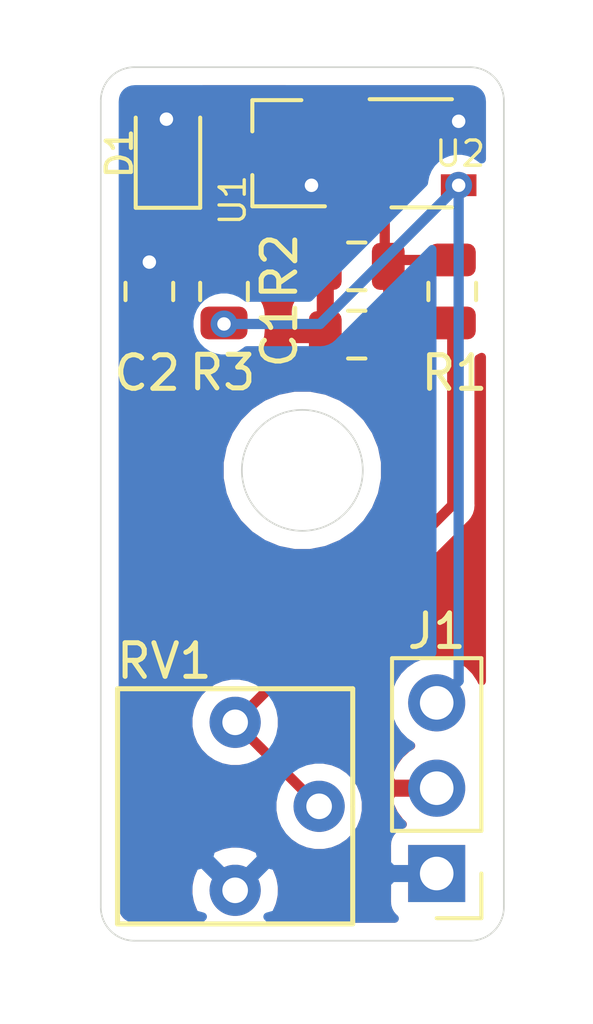
<source format=kicad_pcb>
(kicad_pcb (version 20171130) (host pcbnew "(5.1.5)-3")

  (general
    (thickness 1.6)
    (drawings 9)
    (tracks 28)
    (zones 0)
    (modules 10)
    (nets 8)
  )

  (page A4)
  (layers
    (0 F.Cu signal)
    (31 B.Cu signal)
    (32 B.Adhes user)
    (33 F.Adhes user)
    (34 B.Paste user)
    (35 F.Paste user)
    (36 B.SilkS user)
    (37 F.SilkS user)
    (38 B.Mask user)
    (39 F.Mask user)
    (40 Dwgs.User user)
    (41 Cmts.User user)
    (42 Eco1.User user)
    (43 Eco2.User user)
    (44 Edge.Cuts user)
    (45 Margin user)
    (46 B.CrtYd user)
    (47 F.CrtYd user)
    (48 B.Fab user)
    (49 F.Fab user)
  )

  (setup
    (last_trace_width 0.3048)
    (trace_clearance 0.2032)
    (zone_clearance 0.508)
    (zone_45_only no)
    (trace_min 0.2)
    (via_size 0.8)
    (via_drill 0.4)
    (via_min_size 0.4)
    (via_min_drill 0.3)
    (uvia_size 0.3)
    (uvia_drill 0.1)
    (uvias_allowed no)
    (uvia_min_size 0.2)
    (uvia_min_drill 0.1)
    (edge_width 0.05)
    (segment_width 0.2)
    (pcb_text_width 0.3)
    (pcb_text_size 1.5 1.5)
    (mod_edge_width 0.12)
    (mod_text_size 1 1)
    (mod_text_width 0.15)
    (pad_size 1.524 1.524)
    (pad_drill 0.762)
    (pad_to_mask_clearance 0.051)
    (solder_mask_min_width 0.25)
    (aux_axis_origin 0 0)
    (visible_elements FFFFFF7F)
    (pcbplotparams
      (layerselection 0x010fc_ffffffff)
      (usegerberextensions false)
      (usegerberattributes false)
      (usegerberadvancedattributes false)
      (creategerberjobfile true)
      (excludeedgelayer true)
      (linewidth 0.100000)
      (plotframeref false)
      (viasonmask false)
      (mode 1)
      (useauxorigin false)
      (hpglpennumber 1)
      (hpglpenspeed 20)
      (hpglpendiameter 15.000000)
      (psnegative false)
      (psa4output false)
      (plotreference true)
      (plotvalue true)
      (plotinvisibletext false)
      (padsonsilk false)
      (subtractmaskfromsilk true)
      (outputformat 1)
      (mirror false)
      (drillshape 0)
      (scaleselection 1)
      (outputdirectory "C:/Users/incog/Documents/HallIndividual/Gerbers/"))
  )

  (net 0 "")
  (net 1 GND)
  (net 2 "Net-(C1-Pad1)")
  (net 3 +5V)
  (net 4 "Net-(D1-Pad1)")
  (net 5 Signal)
  (net 6 "Net-(R1-Pad1)")
  (net 7 "Net-(U1-Pad2)")

  (net_class Default "This is the default net class."
    (clearance 0.2032)
    (trace_width 0.3048)
    (via_dia 0.8)
    (via_drill 0.4)
    (uvia_dia 0.3)
    (uvia_drill 0.1)
    (add_net "Net-(C1-Pad1)")
    (add_net "Net-(D1-Pad1)")
    (add_net "Net-(R1-Pad1)")
    (add_net "Net-(U1-Pad2)")
    (add_net Signal)
  )

  (net_class Power ""
    (clearance 0.2032)
    (trace_width 0.6096)
    (via_dia 0.8)
    (via_drill 0.4)
    (uvia_dia 0.3)
    (uvia_drill 0.1)
    (add_net +5V)
    (add_net GND)
  )

  (module HallEffect:SOT-23-5 (layer F.Cu) (tedit 5EB07606) (tstamp 5FEA1038)
    (at 147.5535 59.563)
    (descr "5-pin SOT23 package")
    (tags SOT-23-5)
    (path /5FEA1D5C)
    (attr smd)
    (fp_text reference U2 (at 1.143 0.0105) (layer F.SilkS)
      (effects (font (size 0.75 0.75) (thickness 0.1)))
    )
    (fp_text value TS331ILT (at 0 2.9) (layer F.Fab)
      (effects (font (size 1 1) (thickness 0.15)))
    )
    (fp_line (start 0.9 -1.55) (end 0.9 1.55) (layer F.Fab) (width 0.1))
    (fp_line (start 0.9 1.55) (end -0.9 1.55) (layer F.Fab) (width 0.1))
    (fp_line (start -0.9 -0.9) (end -0.9 1.55) (layer F.Fab) (width 0.1))
    (fp_line (start 0.9 -1.55) (end -0.25 -1.55) (layer F.Fab) (width 0.1))
    (fp_line (start -0.9 -0.9) (end -0.25 -1.55) (layer F.Fab) (width 0.1))
    (fp_line (start -1.9 1.8) (end -1.9 -1.8) (layer F.CrtYd) (width 0.05))
    (fp_line (start 1.9 1.8) (end -1.9 1.8) (layer F.CrtYd) (width 0.05))
    (fp_line (start 1.9 -1.8) (end 1.9 1.8) (layer F.CrtYd) (width 0.05))
    (fp_line (start -1.9 -1.8) (end 1.9 -1.8) (layer F.CrtYd) (width 0.05))
    (fp_line (start 0.9 -1.61) (end -1.55 -1.61) (layer F.SilkS) (width 0.12))
    (fp_line (start -0.9 1.61) (end 0.9 1.61) (layer F.SilkS) (width 0.12))
    (fp_text user %R (at 0 0 90) (layer F.Fab)
      (effects (font (size 0.5 0.5) (thickness 0.075)))
    )
    (pad 5 smd rect (at 1.1 -0.95) (size 1.06 0.65) (layers F.Cu F.Paste F.Mask)
      (net 3 +5V))
    (pad 4 smd rect (at 1.1 0.95) (size 1.06 0.65) (layers F.Cu F.Paste F.Mask)
      (net 5 Signal))
    (pad 3 smd rect (at -1.1 0.95) (size 1.06 0.65) (layers F.Cu F.Paste F.Mask)
      (net 2 "Net-(C1-Pad1)"))
    (pad 2 smd rect (at -1.1 0) (size 1.06 0.65) (layers F.Cu F.Paste F.Mask)
      (net 1 GND))
    (pad 1 smd rect (at -1.1 -0.95) (size 1.06 0.65) (layers F.Cu F.Paste F.Mask)
      (net 7 "Net-(U1-Pad2)"))
    (model ${KIPRJMOD}/Library/3D_Packages/SOT-23-5.step
      (at (xyz 0 0 0))
      (scale (xyz 1 1 1))
      (rotate (xyz 0 0 0))
    )
  )

  (module HallEffect:SOT-23 (layer F.Cu) (tedit 5EB075FF) (tstamp 5FEA0E13)
    (at 143.272 59.5605 180)
    (descr "SOT-23, Standard")
    (tags SOT-23)
    (path /5FEA3EB5)
    (attr smd)
    (fp_text reference U1 (at 1.3435 -1.3975 90) (layer F.SilkS)
      (effects (font (size 0.75 0.75) (thickness 0.1)))
    )
    (fp_text value SS49E (at 0 2.5) (layer F.Fab)
      (effects (font (size 1 1) (thickness 0.15)))
    )
    (fp_line (start 0.76 1.58) (end -0.7 1.58) (layer F.SilkS) (width 0.12))
    (fp_line (start 0.76 -1.58) (end -1.4 -1.58) (layer F.SilkS) (width 0.12))
    (fp_line (start -1.7 1.75) (end -1.7 -1.75) (layer F.CrtYd) (width 0.05))
    (fp_line (start 1.7 1.75) (end -1.7 1.75) (layer F.CrtYd) (width 0.05))
    (fp_line (start 1.7 -1.75) (end 1.7 1.75) (layer F.CrtYd) (width 0.05))
    (fp_line (start -1.7 -1.75) (end 1.7 -1.75) (layer F.CrtYd) (width 0.05))
    (fp_line (start 0.76 -1.58) (end 0.76 -0.65) (layer F.SilkS) (width 0.12))
    (fp_line (start 0.76 1.58) (end 0.76 0.65) (layer F.SilkS) (width 0.12))
    (fp_line (start -0.7 1.52) (end 0.7 1.52) (layer F.Fab) (width 0.1))
    (fp_line (start 0.7 -1.52) (end 0.7 1.52) (layer F.Fab) (width 0.1))
    (fp_line (start -0.7 -0.95) (end -0.15 -1.52) (layer F.Fab) (width 0.1))
    (fp_line (start -0.15 -1.52) (end 0.7 -1.52) (layer F.Fab) (width 0.1))
    (fp_line (start -0.7 -0.95) (end -0.7 1.5) (layer F.Fab) (width 0.1))
    (fp_text user %R (at 0 0 90) (layer F.Fab)
      (effects (font (size 0.5 0.5) (thickness 0.075)))
    )
    (pad 3 smd rect (at 1 0 180) (size 0.9 0.8) (layers F.Cu F.Paste F.Mask)
      (net 1 GND))
    (pad 2 smd rect (at -1 0.95 180) (size 0.9 0.8) (layers F.Cu F.Paste F.Mask)
      (net 7 "Net-(U1-Pad2)"))
    (pad 1 smd rect (at -1 -0.95 180) (size 0.9 0.8) (layers F.Cu F.Paste F.Mask)
      (net 3 +5V))
    (model ${KIPRJMOD}/Library/3D_Packages/SOT-23.step
      (at (xyz 0 0 0))
      (scale (xyz 1 1 1))
      (rotate (xyz 0 0 0))
    )
  )

  (module HallEffect:CT6EP103 (layer F.Cu) (tedit 5EFFC1F9) (tstamp 5FEA1BB0)
    (at 142 79 270)
    (path /5FEAFE4B)
    (fp_text reference RV1 (at -4.324 2.1095 180) (layer F.SilkS)
      (effects (font (size 1 1) (thickness 0.15)))
    )
    (fp_text value 10K (at 0 -4.5 90) (layer F.Fab)
      (effects (font (size 1 1) (thickness 0.15)))
    )
    (fp_line (start 3.5 -3.5) (end 0 -3.5) (layer F.SilkS) (width 0.15))
    (fp_line (start 3.5 3.5) (end 3.5 -3.5) (layer F.SilkS) (width 0.15))
    (fp_line (start -3.5 3.5) (end 3.5 3.5) (layer F.SilkS) (width 0.15))
    (fp_line (start -3.5 -3.5) (end -3.5 3.5) (layer F.SilkS) (width 0.15))
    (fp_line (start 0 -3.5) (end -3.5 -3.5) (layer F.SilkS) (width 0.15))
    (pad 3 thru_hole circle (at 2.5 0 270) (size 1.524 1.524) (drill 0.762) (layers *.Cu *.Mask)
      (net 3 +5V))
    (pad 2 thru_hole circle (at 0 -2.5 270) (size 1.524 1.524) (drill 0.762) (layers *.Cu *.Mask)
      (net 6 "Net-(R1-Pad1)"))
    (pad 1 thru_hole circle (at -2.5 0 270) (size 1.524 1.524) (drill 0.762) (layers *.Cu *.Mask)
      (net 6 "Net-(R1-Pad1)"))
    (model "${KIPRJMOD}/Library/3D_Packages/CT-6EP10k_(103).stp"
      (offset (xyz 0 0 5.8))
      (scale (xyz 1 1 1))
      (rotate (xyz 0 0 0))
    )
  )

  (module HallEffect:R_0805_2012Metric (layer F.Cu) (tedit 5EB075F5) (tstamp 5FEBF279)
    (at 141.6685 63.6755 270)
    (descr "Resistor SMD 0805 (2012 Metric), square (rectangular) end terminal, IPC_7351 nominal, (Body size source: https://docs.google.com/spreadsheets/d/1BsfQQcO9C6DZCsRaXUlFlo91Tg2WpOkGARC1WS5S8t0/edit?usp=sharing), generated with kicad-footprint-generator")
    (tags resistor)
    (path /5FEB5185)
    (attr smd)
    (fp_text reference R3 (at 2.414 0.046 180) (layer F.SilkS)
      (effects (font (size 1 1) (thickness 0.15)))
    )
    (fp_text value R (at 3.3805 -0.0635 90) (layer F.Fab)
      (effects (font (size 1 1) (thickness 0.15)))
    )
    (fp_text user %R (at 0 0 90) (layer F.Fab)
      (effects (font (size 0.5 0.5) (thickness 0.08)))
    )
    (fp_line (start 1.68 0.95) (end -1.68 0.95) (layer F.CrtYd) (width 0.05))
    (fp_line (start 1.68 -0.95) (end 1.68 0.95) (layer F.CrtYd) (width 0.05))
    (fp_line (start -1.68 -0.95) (end 1.68 -0.95) (layer F.CrtYd) (width 0.05))
    (fp_line (start -1.68 0.95) (end -1.68 -0.95) (layer F.CrtYd) (width 0.05))
    (fp_line (start -0.258578 0.71) (end 0.258578 0.71) (layer F.SilkS) (width 0.12))
    (fp_line (start -0.258578 -0.71) (end 0.258578 -0.71) (layer F.SilkS) (width 0.12))
    (fp_line (start 1 0.6) (end -1 0.6) (layer F.Fab) (width 0.1))
    (fp_line (start 1 -0.6) (end 1 0.6) (layer F.Fab) (width 0.1))
    (fp_line (start -1 -0.6) (end 1 -0.6) (layer F.Fab) (width 0.1))
    (fp_line (start -1 0.6) (end -1 -0.6) (layer F.Fab) (width 0.1))
    (pad 2 smd roundrect (at 0.9375 0 270) (size 0.975 1.4) (layers F.Cu F.Paste F.Mask) (roundrect_rratio 0.25)
      (net 5 Signal))
    (pad 1 smd roundrect (at -0.9375 0 270) (size 0.975 1.4) (layers F.Cu F.Paste F.Mask) (roundrect_rratio 0.25)
      (net 4 "Net-(D1-Pad1)"))
    (model ${KIPRJMOD}/Library/3D_Packages/R_0805_2012Metric.step
      (at (xyz 0 0 0))
      (scale (xyz 1 1 1))
      (rotate (xyz 0 0 0))
    )
  )

  (module HallEffect:R_0805_2012Metric (layer F.Cu) (tedit 5EB075F5) (tstamp 5FEBF3C1)
    (at 145.6205 62.9285 180)
    (descr "Resistor SMD 0805 (2012 Metric), square (rectangular) end terminal, IPC_7351 nominal, (Body size source: https://docs.google.com/spreadsheets/d/1BsfQQcO9C6DZCsRaXUlFlo91Tg2WpOkGARC1WS5S8t0/edit?usp=sharing), generated with kicad-footprint-generator")
    (tags resistor)
    (path /5FEADFC8)
    (attr smd)
    (fp_text reference R2 (at 2.301 0 270) (layer F.SilkS)
      (effects (font (size 1 1) (thickness 0.15)))
    )
    (fp_text value 10K (at 0.3325 1.4605) (layer F.Fab)
      (effects (font (size 1 1) (thickness 0.15)))
    )
    (fp_text user %R (at 0 0) (layer F.Fab)
      (effects (font (size 0.5 0.5) (thickness 0.08)))
    )
    (fp_line (start 1.68 0.95) (end -1.68 0.95) (layer F.CrtYd) (width 0.05))
    (fp_line (start 1.68 -0.95) (end 1.68 0.95) (layer F.CrtYd) (width 0.05))
    (fp_line (start -1.68 -0.95) (end 1.68 -0.95) (layer F.CrtYd) (width 0.05))
    (fp_line (start -1.68 0.95) (end -1.68 -0.95) (layer F.CrtYd) (width 0.05))
    (fp_line (start -0.258578 0.71) (end 0.258578 0.71) (layer F.SilkS) (width 0.12))
    (fp_line (start -0.258578 -0.71) (end 0.258578 -0.71) (layer F.SilkS) (width 0.12))
    (fp_line (start 1 0.6) (end -1 0.6) (layer F.Fab) (width 0.1))
    (fp_line (start 1 -0.6) (end 1 0.6) (layer F.Fab) (width 0.1))
    (fp_line (start -1 -0.6) (end 1 -0.6) (layer F.Fab) (width 0.1))
    (fp_line (start -1 0.6) (end -1 -0.6) (layer F.Fab) (width 0.1))
    (pad 2 smd roundrect (at 0.9375 0 180) (size 0.975 1.4) (layers F.Cu F.Paste F.Mask) (roundrect_rratio 0.25)
      (net 1 GND))
    (pad 1 smd roundrect (at -0.9375 0 180) (size 0.975 1.4) (layers F.Cu F.Paste F.Mask) (roundrect_rratio 0.25)
      (net 2 "Net-(C1-Pad1)"))
    (model ${KIPRJMOD}/Library/3D_Packages/R_0805_2012Metric.step
      (at (xyz 0 0 0))
      (scale (xyz 1 1 1))
      (rotate (xyz 0 0 0))
    )
  )

  (module HallEffect:R_0805_2012Metric (layer F.Cu) (tedit 5EB075F5) (tstamp 5FEA22B8)
    (at 148.463 63.6755 90)
    (descr "Resistor SMD 0805 (2012 Metric), square (rectangular) end terminal, IPC_7351 nominal, (Body size source: https://docs.google.com/spreadsheets/d/1BsfQQcO9C6DZCsRaXUlFlo91Tg2WpOkGARC1WS5S8t0/edit?usp=sharing), generated with kicad-footprint-generator")
    (tags resistor)
    (path /5FEAE921)
    (attr smd)
    (fp_text reference R1 (at -2.428 0.0635 180) (layer F.SilkS)
      (effects (font (size 1 1) (thickness 0.15)))
    )
    (fp_text value 1.0K (at 0 1.65 90) (layer F.Fab)
      (effects (font (size 1 1) (thickness 0.15)))
    )
    (fp_text user %R (at 0 0 90) (layer F.Fab)
      (effects (font (size 0.5 0.5) (thickness 0.08)))
    )
    (fp_line (start 1.68 0.95) (end -1.68 0.95) (layer F.CrtYd) (width 0.05))
    (fp_line (start 1.68 -0.95) (end 1.68 0.95) (layer F.CrtYd) (width 0.05))
    (fp_line (start -1.68 -0.95) (end 1.68 -0.95) (layer F.CrtYd) (width 0.05))
    (fp_line (start -1.68 0.95) (end -1.68 -0.95) (layer F.CrtYd) (width 0.05))
    (fp_line (start -0.258578 0.71) (end 0.258578 0.71) (layer F.SilkS) (width 0.12))
    (fp_line (start -0.258578 -0.71) (end 0.258578 -0.71) (layer F.SilkS) (width 0.12))
    (fp_line (start 1 0.6) (end -1 0.6) (layer F.Fab) (width 0.1))
    (fp_line (start 1 -0.6) (end 1 0.6) (layer F.Fab) (width 0.1))
    (fp_line (start -1 -0.6) (end 1 -0.6) (layer F.Fab) (width 0.1))
    (fp_line (start -1 0.6) (end -1 -0.6) (layer F.Fab) (width 0.1))
    (pad 2 smd roundrect (at 0.9375 0 90) (size 0.975 1.4) (layers F.Cu F.Paste F.Mask) (roundrect_rratio 0.25)
      (net 2 "Net-(C1-Pad1)"))
    (pad 1 smd roundrect (at -0.9375 0 90) (size 0.975 1.4) (layers F.Cu F.Paste F.Mask) (roundrect_rratio 0.25)
      (net 6 "Net-(R1-Pad1)"))
    (model ${KIPRJMOD}/Library/3D_Packages/R_0805_2012Metric.step
      (at (xyz 0 0 0))
      (scale (xyz 1 1 1))
      (rotate (xyz 0 0 0))
    )
  )

  (module HallEffect:PinHeader_1x03_P2.54mm_Vertical (layer F.Cu) (tedit 5EB075E6) (tstamp 5FEA0DBF)
    (at 148 81 180)
    (descr "Through hole straight pin header, 1x03, 2.54mm pitch, single row")
    (tags "Through hole pin header THT 1x03 2.54mm single row")
    (path /5FE9C107)
    (fp_text reference J1 (at 0 7.213) (layer F.SilkS)
      (effects (font (size 1 1) (thickness 0.15)))
    )
    (fp_text value Conn_01x03 (at 0 7.41) (layer F.Fab)
      (effects (font (size 1 1) (thickness 0.15)))
    )
    (fp_text user %R (at 0 2.54 90) (layer F.Fab)
      (effects (font (size 1 1) (thickness 0.15)))
    )
    (fp_line (start 1.8 -1.8) (end -1.8 -1.8) (layer F.CrtYd) (width 0.05))
    (fp_line (start 1.8 6.85) (end 1.8 -1.8) (layer F.CrtYd) (width 0.05))
    (fp_line (start -1.8 6.85) (end 1.8 6.85) (layer F.CrtYd) (width 0.05))
    (fp_line (start -1.8 -1.8) (end -1.8 6.85) (layer F.CrtYd) (width 0.05))
    (fp_line (start -1.33 -1.33) (end 0 -1.33) (layer F.SilkS) (width 0.12))
    (fp_line (start -1.33 0) (end -1.33 -1.33) (layer F.SilkS) (width 0.12))
    (fp_line (start -1.33 1.27) (end 1.33 1.27) (layer F.SilkS) (width 0.12))
    (fp_line (start 1.33 1.27) (end 1.33 6.41) (layer F.SilkS) (width 0.12))
    (fp_line (start -1.33 1.27) (end -1.33 6.41) (layer F.SilkS) (width 0.12))
    (fp_line (start -1.33 6.41) (end 1.33 6.41) (layer F.SilkS) (width 0.12))
    (fp_line (start -1.27 -0.635) (end -0.635 -1.27) (layer F.Fab) (width 0.1))
    (fp_line (start -1.27 6.35) (end -1.27 -0.635) (layer F.Fab) (width 0.1))
    (fp_line (start 1.27 6.35) (end -1.27 6.35) (layer F.Fab) (width 0.1))
    (fp_line (start 1.27 -1.27) (end 1.27 6.35) (layer F.Fab) (width 0.1))
    (fp_line (start -0.635 -1.27) (end 1.27 -1.27) (layer F.Fab) (width 0.1))
    (pad 3 thru_hole oval (at 0 5.08 180) (size 1.7 1.7) (drill 1) (layers *.Cu *.Mask)
      (net 5 Signal))
    (pad 2 thru_hole oval (at 0 2.54 180) (size 1.7 1.7) (drill 1) (layers *.Cu *.Mask)
      (net 1 GND))
    (pad 1 thru_hole rect (at 0 0 180) (size 1.7 1.7) (drill 1) (layers *.Cu *.Mask)
      (net 3 +5V))
    (model ${KIPRJMOD}/Library/3D_Packages/PinHeader_1x03_P2.54mm_Vertical.step
      (at (xyz 0 0 0))
      (scale (xyz 1 1 1))
      (rotate (xyz 0 0 0))
    )
  )

  (module HallEffect:LED_0805_2012Metric (layer F.Cu) (tedit 5EB07523) (tstamp 5FEC119A)
    (at 140 59.5 90)
    (descr "LED SMD 0805 (2012 Metric), square (rectangular) end terminal, IPC_7351 nominal, (Body size source: https://docs.google.com/spreadsheets/d/1BsfQQcO9C6DZCsRaXUlFlo91Tg2WpOkGARC1WS5S8t0/edit?usp=sharing), generated with kicad-footprint-generator")
    (tags diode)
    (path /5FEB5CD2)
    (attr smd)
    (fp_text reference D1 (at -0.063 -1.443 90) (layer F.SilkS)
      (effects (font (size 0.75 0.75) (thickness 0.125)))
    )
    (fp_text value LED (at 0 1.65 90) (layer F.Fab)
      (effects (font (size 1 1) (thickness 0.15)))
    )
    (fp_text user %R (at 0 0 90) (layer F.Fab)
      (effects (font (size 0.5 0.5) (thickness 0.08)))
    )
    (fp_line (start 1.68 0.95) (end -1.68 0.95) (layer F.CrtYd) (width 0.05))
    (fp_line (start 1.68 -0.95) (end 1.68 0.95) (layer F.CrtYd) (width 0.05))
    (fp_line (start -1.68 -0.95) (end 1.68 -0.95) (layer F.CrtYd) (width 0.05))
    (fp_line (start -1.68 0.95) (end -1.68 -0.95) (layer F.CrtYd) (width 0.05))
    (fp_line (start -1.685 0.96) (end 1 0.96) (layer F.SilkS) (width 0.12))
    (fp_line (start -1.685 -0.96) (end -1.685 0.96) (layer F.SilkS) (width 0.12))
    (fp_line (start 1 -0.96) (end -1.685 -0.96) (layer F.SilkS) (width 0.12))
    (fp_line (start 1 0.6) (end 1 -0.6) (layer F.Fab) (width 0.1))
    (fp_line (start -1 0.6) (end 1 0.6) (layer F.Fab) (width 0.1))
    (fp_line (start -1 -0.3) (end -1 0.6) (layer F.Fab) (width 0.1))
    (fp_line (start -0.7 -0.6) (end -1 -0.3) (layer F.Fab) (width 0.1))
    (fp_line (start 1 -0.6) (end -0.7 -0.6) (layer F.Fab) (width 0.1))
    (pad 2 smd roundrect (at 0.9375 0 90) (size 0.975 1.4) (layers F.Cu F.Paste F.Mask) (roundrect_rratio 0.25)
      (net 3 +5V))
    (pad 1 smd roundrect (at -0.9375 0 90) (size 0.975 1.4) (layers F.Cu F.Paste F.Mask) (roundrect_rratio 0.25)
      (net 4 "Net-(D1-Pad1)"))
    (model ${KIPRJMOD}/Library/3D_Packages/LED_0805_2012Metric.step
      (at (xyz 0 0 0))
      (scale (xyz 1 1 1))
      (rotate (xyz 0 0 0))
    )
  )

  (module HallEffect:C_0805_2012Metric (layer F.Cu) (tedit 5EB0750C) (tstamp 5FEBF1E4)
    (at 139.446 63.6755 270)
    (descr "Capacitor SMD 0805 (2012 Metric), square (rectangular) end terminal, IPC_7351 nominal, (Body size source: https://docs.google.com/spreadsheets/d/1BsfQQcO9C6DZCsRaXUlFlo91Tg2WpOkGARC1WS5S8t0/edit?usp=sharing), generated with kicad-footprint-generator")
    (tags capacitor)
    (path /5FEAD587)
    (attr smd)
    (fp_text reference C2 (at 2.428 0.0635 180) (layer F.SilkS)
      (effects (font (size 1 1) (thickness 0.15)))
    )
    (fp_text value 1uF (at 3.8885 0.254 90) (layer F.Fab)
      (effects (font (size 1 1) (thickness 0.15)))
    )
    (fp_text user %R (at 0 0 90) (layer F.Fab)
      (effects (font (size 0.5 0.5) (thickness 0.08)))
    )
    (fp_line (start 1.68 0.95) (end -1.68 0.95) (layer F.CrtYd) (width 0.05))
    (fp_line (start 1.68 -0.95) (end 1.68 0.95) (layer F.CrtYd) (width 0.05))
    (fp_line (start -1.68 -0.95) (end 1.68 -0.95) (layer F.CrtYd) (width 0.05))
    (fp_line (start -1.68 0.95) (end -1.68 -0.95) (layer F.CrtYd) (width 0.05))
    (fp_line (start -0.258578 0.71) (end 0.258578 0.71) (layer F.SilkS) (width 0.12))
    (fp_line (start -0.258578 -0.71) (end 0.258578 -0.71) (layer F.SilkS) (width 0.12))
    (fp_line (start 1 0.6) (end -1 0.6) (layer F.Fab) (width 0.1))
    (fp_line (start 1 -0.6) (end 1 0.6) (layer F.Fab) (width 0.1))
    (fp_line (start -1 -0.6) (end 1 -0.6) (layer F.Fab) (width 0.1))
    (fp_line (start -1 0.6) (end -1 -0.6) (layer F.Fab) (width 0.1))
    (pad 2 smd roundrect (at 0.9375 0 270) (size 0.975 1.4) (layers F.Cu F.Paste F.Mask) (roundrect_rratio 0.25)
      (net 1 GND))
    (pad 1 smd roundrect (at -0.9375 0 270) (size 0.975 1.4) (layers F.Cu F.Paste F.Mask) (roundrect_rratio 0.25)
      (net 3 +5V))
    (model ${KIPRJMOD}/Library/3D_Packages/C_0805_2012Metric.step
      (at (xyz 0 0 0))
      (scale (xyz 1 1 1))
      (rotate (xyz 0 0 0))
    )
  )

  (module HallEffect:C_0805_2012Metric (layer F.Cu) (tedit 5EB0750C) (tstamp 5FEBF31D)
    (at 145.6205 64.9605 180)
    (descr "Capacitor SMD 0805 (2012 Metric), square (rectangular) end terminal, IPC_7351 nominal, (Body size source: https://docs.google.com/spreadsheets/d/1BsfQQcO9C6DZCsRaXUlFlo91Tg2WpOkGARC1WS5S8t0/edit?usp=sharing), generated with kicad-footprint-generator")
    (tags capacitor)
    (path /5FEB3165)
    (attr smd)
    (fp_text reference C1 (at 2.301 0 90) (layer F.SilkS)
      (effects (font (size 1 1) (thickness 0.15)))
    )
    (fp_text value 0.1uF (at 0 -2.0955) (layer F.Fab)
      (effects (font (size 1 1) (thickness 0.15)))
    )
    (fp_text user %R (at 0 0) (layer F.Fab)
      (effects (font (size 0.5 0.5) (thickness 0.08)))
    )
    (fp_line (start 1.68 0.95) (end -1.68 0.95) (layer F.CrtYd) (width 0.05))
    (fp_line (start 1.68 -0.95) (end 1.68 0.95) (layer F.CrtYd) (width 0.05))
    (fp_line (start -1.68 -0.95) (end 1.68 -0.95) (layer F.CrtYd) (width 0.05))
    (fp_line (start -1.68 0.95) (end -1.68 -0.95) (layer F.CrtYd) (width 0.05))
    (fp_line (start -0.258578 0.71) (end 0.258578 0.71) (layer F.SilkS) (width 0.12))
    (fp_line (start -0.258578 -0.71) (end 0.258578 -0.71) (layer F.SilkS) (width 0.12))
    (fp_line (start 1 0.6) (end -1 0.6) (layer F.Fab) (width 0.1))
    (fp_line (start 1 -0.6) (end 1 0.6) (layer F.Fab) (width 0.1))
    (fp_line (start -1 -0.6) (end 1 -0.6) (layer F.Fab) (width 0.1))
    (fp_line (start -1 0.6) (end -1 -0.6) (layer F.Fab) (width 0.1))
    (pad 2 smd roundrect (at 0.9375 0 180) (size 0.975 1.4) (layers F.Cu F.Paste F.Mask) (roundrect_rratio 0.25)
      (net 1 GND))
    (pad 1 smd roundrect (at -0.9375 0 180) (size 0.975 1.4) (layers F.Cu F.Paste F.Mask) (roundrect_rratio 0.25)
      (net 2 "Net-(C1-Pad1)"))
    (model ${KIPRJMOD}/Library/3D_Packages/C_0805_2012Metric.step
      (at (xyz 0 0 0))
      (scale (xyz 1 1 1))
      (rotate (xyz 0 0 0))
    )
  )

  (gr_arc (start 139 82) (end 138 82) (angle -90) (layer Edge.Cuts) (width 0.05))
  (gr_arc (start 149 82) (end 149 83) (angle -90) (layer Edge.Cuts) (width 0.05))
  (gr_arc (start 149 58) (end 150 58) (angle -90) (layer Edge.Cuts) (width 0.05))
  (gr_arc (start 139 58) (end 139 57) (angle -90) (layer Edge.Cuts) (width 0.05))
  (gr_line (start 138 58) (end 138 82) (layer Edge.Cuts) (width 0.05) (tstamp 5FEA1B98))
  (gr_line (start 149 83) (end 139 83) (layer Edge.Cuts) (width 0.05))
  (gr_circle (center 144 69) (end 145.8 69) (layer Edge.Cuts) (width 0.05))
  (gr_line (start 150 58) (end 150 82) (layer Edge.Cuts) (width 0.05))
  (gr_line (start 139 57) (end 149 57) (layer Edge.Cuts) (width 0.05))

  (via (at 148.6535 58.6105) (size 0.8) (drill 0.4) (layers F.Cu B.Cu) (net 3))
  (via (at 139.446 62.8015) (size 0.8) (drill 0.4) (layers F.Cu B.Cu) (net 3))
  (segment (start 146.284 59.5) (end 146.347 59.563) (width 0.6096) (layer F.Cu) (net 1))
  (segment (start 146.451 59.5605) (end 146.4535 59.563) (width 0.6096) (layer F.Cu) (net 1))
  (segment (start 142.272 59.5605) (end 146.451 59.5605) (width 0.6096) (layer F.Cu) (net 1))
  (via (at 148.6535 60.5155) (size 0.8) (drill 0.4) (layers F.Cu B.Cu) (net 5))
  (via (at 139.954 58.547) (size 0.8) (drill 0.4) (layers F.Cu B.Cu) (net 3) (tstamp 5FEAC1E8))
  (via (at 144.272 60.5155) (size 0.8) (drill 0.4) (layers F.Cu B.Cu) (net 3))
  (segment (start 148.45 62.725) (end 148.463 62.738) (width 0.3048) (layer F.Cu) (net 2))
  (segment (start 147.9885 62.738) (end 148.463 62.738) (width 0.3048) (layer F.Cu) (net 2))
  (segment (start 141.6685 62.106) (end 140 60.4375) (width 0.3048) (layer F.Cu) (net 4))
  (segment (start 141.6685 62.738) (end 141.6685 62.106) (width 0.3048) (layer F.Cu) (net 4))
  (via (at 141.6685 64.643) (size 0.8) (drill 0.4) (layers F.Cu B.Cu) (net 5))
  (segment (start 142.761999 77.261999) (end 144.5 79) (width 0.3048) (layer F.Cu) (net 6))
  (segment (start 142 76.5) (end 142.761999 77.261999) (width 0.3048) (layer F.Cu) (net 6))
  (segment (start 148.463 70.037) (end 148.463 64.613) (width 0.3048) (layer F.Cu) (net 6))
  (segment (start 142 76.5) (end 148.463 70.037) (width 0.3048) (layer F.Cu) (net 6))
  (segment (start 146.4535 62.824) (end 146.558 62.9285) (width 0.3048) (layer F.Cu) (net 2))
  (segment (start 146.4535 60.513) (end 146.4535 62.824) (width 0.3048) (layer F.Cu) (net 2))
  (segment (start 146.7485 62.738) (end 146.558 62.9285) (width 0.3048) (layer F.Cu) (net 2))
  (segment (start 148.463 62.738) (end 146.7485 62.738) (width 0.3048) (layer F.Cu) (net 2))
  (segment (start 146.558 64.9605) (end 146.558 62.9285) (width 0.3048) (layer F.Cu) (net 2))
  (segment (start 148.6535 75.2665) (end 148 75.92) (width 0.3048) (layer B.Cu) (net 5))
  (segment (start 148.6535 60.5155) (end 148.6535 75.2665) (width 0.3048) (layer B.Cu) (net 5))
  (segment (start 144.526 64.643) (end 148.6535 60.5155) (width 0.3048) (layer B.Cu) (net 5))
  (segment (start 141.6685 64.643) (end 144.526 64.643) (width 0.3048) (layer B.Cu) (net 5))
  (segment (start 146.451 58.6105) (end 146.4535 58.613) (width 0.3048) (layer F.Cu) (net 7))
  (segment (start 144.272 58.6105) (end 146.451 58.6105) (width 0.3048) (layer F.Cu) (net 7))

  (zone (net 3) (net_name +5V) (layer B.Cu) (tstamp 5FEAB931) (hatch edge 0.508)
    (connect_pads (clearance 0.508))
    (min_thickness 0.254)
    (fill yes (arc_segments 32) (thermal_gap 0.508) (thermal_bridge_width 0.508))
    (polygon
      (pts
        (xy 152.5 85) (xy 135.5 85) (xy 135 55) (xy 152 55)
      )
    )
    (filled_polygon
      (pts
        (xy 149.065424 57.66958) (xy 149.128356 57.68858) (xy 149.186405 57.719445) (xy 149.237343 57.760989) (xy 149.279248 57.811644)
        (xy 149.310515 57.869471) (xy 149.329956 57.932272) (xy 149.34 58.027835) (xy 149.34 59.738289) (xy 149.313274 59.711563)
        (xy 149.143756 59.598295) (xy 148.955398 59.520274) (xy 148.755439 59.4805) (xy 148.551561 59.4805) (xy 148.351602 59.520274)
        (xy 148.163244 59.598295) (xy 147.993726 59.711563) (xy 147.849563 59.855726) (xy 147.736295 60.025244) (xy 147.658274 60.213602)
        (xy 147.6185 60.413561) (xy 147.6185 60.436948) (xy 144.19985 63.8556) (xy 142.344811 63.8556) (xy 142.328274 63.839063)
        (xy 142.158756 63.725795) (xy 141.970398 63.647774) (xy 141.770439 63.608) (xy 141.566561 63.608) (xy 141.366602 63.647774)
        (xy 141.178244 63.725795) (xy 141.008726 63.839063) (xy 140.864563 63.983226) (xy 140.751295 64.152744) (xy 140.673274 64.341102)
        (xy 140.6335 64.541061) (xy 140.6335 64.744939) (xy 140.673274 64.944898) (xy 140.751295 65.133256) (xy 140.864563 65.302774)
        (xy 141.008726 65.446937) (xy 141.178244 65.560205) (xy 141.366602 65.638226) (xy 141.566561 65.678) (xy 141.770439 65.678)
        (xy 141.970398 65.638226) (xy 142.158756 65.560205) (xy 142.328274 65.446937) (xy 142.344811 65.4304) (xy 144.487337 65.4304)
        (xy 144.526 65.434208) (xy 144.564663 65.4304) (xy 144.564673 65.4304) (xy 144.680357 65.419006) (xy 144.828783 65.373982)
        (xy 144.965572 65.300866) (xy 145.085469 65.202469) (xy 145.110128 65.172422) (xy 147.8661 62.416451) (xy 147.866101 74.435)
        (xy 147.85374 74.435) (xy 147.566842 74.492068) (xy 147.296589 74.60401) (xy 147.053368 74.766525) (xy 146.846525 74.973368)
        (xy 146.68401 75.216589) (xy 146.572068 75.486842) (xy 146.515 75.77374) (xy 146.515 76.06626) (xy 146.572068 76.353158)
        (xy 146.68401 76.623411) (xy 146.846525 76.866632) (xy 147.053368 77.073475) (xy 147.22776 77.19) (xy 147.053368 77.306525)
        (xy 146.846525 77.513368) (xy 146.68401 77.756589) (xy 146.572068 78.026842) (xy 146.515 78.31374) (xy 146.515 78.60626)
        (xy 146.572068 78.893158) (xy 146.68401 79.163411) (xy 146.846525 79.406632) (xy 146.97838 79.538487) (xy 146.90582 79.560498)
        (xy 146.795506 79.619463) (xy 146.698815 79.698815) (xy 146.619463 79.795506) (xy 146.560498 79.90582) (xy 146.524188 80.025518)
        (xy 146.511928 80.15) (xy 146.515 80.71425) (xy 146.67375 80.873) (xy 147.873 80.873) (xy 147.873 80.853)
        (xy 148.127 80.853) (xy 148.127 80.873) (xy 148.147 80.873) (xy 148.147 81.127) (xy 148.127 81.127)
        (xy 148.127 81.147) (xy 147.873 81.147) (xy 147.873 81.127) (xy 146.67375 81.127) (xy 146.515 81.28575)
        (xy 146.511928 81.85) (xy 146.524188 81.974482) (xy 146.560498 82.09418) (xy 146.619463 82.204494) (xy 146.698815 82.301185)
        (xy 146.746111 82.34) (xy 143.019608 82.34) (xy 142.965567 82.285959) (xy 143.205656 82.21898) (xy 143.322756 81.969952)
        (xy 143.389023 81.702865) (xy 143.40191 81.427983) (xy 143.360922 81.155867) (xy 143.267636 80.896977) (xy 143.205656 80.78102)
        (xy 142.965565 80.71404) (xy 142.179605 81.5) (xy 142.193748 81.514143) (xy 142.014143 81.693748) (xy 142 81.679605)
        (xy 141.985858 81.693748) (xy 141.806253 81.514143) (xy 141.820395 81.5) (xy 141.034435 80.71404) (xy 140.794344 80.78102)
        (xy 140.677244 81.030048) (xy 140.610977 81.297135) (xy 140.59809 81.572017) (xy 140.639078 81.844133) (xy 140.732364 82.103023)
        (xy 140.794344 82.21898) (xy 141.034433 82.285959) (xy 140.980392 82.34) (xy 139.032279 82.34) (xy 138.934576 82.33042)
        (xy 138.871643 82.31142) (xy 138.813594 82.280554) (xy 138.762657 82.239011) (xy 138.720752 82.188356) (xy 138.689485 82.130529)
        (xy 138.670044 82.067728) (xy 138.66 81.972165) (xy 138.66 80.534435) (xy 141.21404 80.534435) (xy 142 81.320395)
        (xy 142.78596 80.534435) (xy 142.71898 80.294344) (xy 142.469952 80.177244) (xy 142.202865 80.110977) (xy 141.927983 80.09809)
        (xy 141.655867 80.139078) (xy 141.396977 80.232364) (xy 141.28102 80.294344) (xy 141.21404 80.534435) (xy 138.66 80.534435)
        (xy 138.66 78.862408) (xy 143.103 78.862408) (xy 143.103 79.137592) (xy 143.156686 79.40749) (xy 143.261995 79.661727)
        (xy 143.41488 79.890535) (xy 143.609465 80.08512) (xy 143.838273 80.238005) (xy 144.09251 80.343314) (xy 144.362408 80.397)
        (xy 144.637592 80.397) (xy 144.90749 80.343314) (xy 145.161727 80.238005) (xy 145.390535 80.08512) (xy 145.58512 79.890535)
        (xy 145.738005 79.661727) (xy 145.843314 79.40749) (xy 145.897 79.137592) (xy 145.897 78.862408) (xy 145.843314 78.59251)
        (xy 145.738005 78.338273) (xy 145.58512 78.109465) (xy 145.390535 77.91488) (xy 145.161727 77.761995) (xy 144.90749 77.656686)
        (xy 144.637592 77.603) (xy 144.362408 77.603) (xy 144.09251 77.656686) (xy 143.838273 77.761995) (xy 143.609465 77.91488)
        (xy 143.41488 78.109465) (xy 143.261995 78.338273) (xy 143.156686 78.59251) (xy 143.103 78.862408) (xy 138.66 78.862408)
        (xy 138.66 76.362408) (xy 140.603 76.362408) (xy 140.603 76.637592) (xy 140.656686 76.90749) (xy 140.761995 77.161727)
        (xy 140.91488 77.390535) (xy 141.109465 77.58512) (xy 141.338273 77.738005) (xy 141.59251 77.843314) (xy 141.862408 77.897)
        (xy 142.137592 77.897) (xy 142.40749 77.843314) (xy 142.661727 77.738005) (xy 142.890535 77.58512) (xy 143.08512 77.390535)
        (xy 143.238005 77.161727) (xy 143.343314 76.90749) (xy 143.397 76.637592) (xy 143.397 76.362408) (xy 143.343314 76.09251)
        (xy 143.238005 75.838273) (xy 143.08512 75.609465) (xy 142.890535 75.41488) (xy 142.661727 75.261995) (xy 142.40749 75.156686)
        (xy 142.137592 75.103) (xy 141.862408 75.103) (xy 141.59251 75.156686) (xy 141.338273 75.261995) (xy 141.109465 75.41488)
        (xy 140.91488 75.609465) (xy 140.761995 75.838273) (xy 140.656686 76.09251) (xy 140.603 76.362408) (xy 138.66 76.362408)
        (xy 138.66 68.756917) (xy 141.531942 68.756917) (xy 141.531942 69.243083) (xy 141.626788 69.719906) (xy 141.812835 70.169064)
        (xy 142.082934 70.573295) (xy 142.426705 70.917066) (xy 142.830936 71.187165) (xy 143.280094 71.373212) (xy 143.756917 71.468058)
        (xy 144.243083 71.468058) (xy 144.719906 71.373212) (xy 145.169064 71.187165) (xy 145.573295 70.917066) (xy 145.917066 70.573295)
        (xy 146.187165 70.169064) (xy 146.373212 69.719906) (xy 146.468058 69.243083) (xy 146.468058 68.756917) (xy 146.373212 68.280094)
        (xy 146.187165 67.830936) (xy 145.917066 67.426705) (xy 145.573295 67.082934) (xy 145.169064 66.812835) (xy 144.719906 66.626788)
        (xy 144.243083 66.531942) (xy 143.756917 66.531942) (xy 143.280094 66.626788) (xy 142.830936 66.812835) (xy 142.426705 67.082934)
        (xy 142.082934 67.426705) (xy 141.812835 67.830936) (xy 141.626788 68.280094) (xy 141.531942 68.756917) (xy 138.66 68.756917)
        (xy 138.66 58.032279) (xy 138.66958 57.934576) (xy 138.68858 57.871644) (xy 138.719445 57.813595) (xy 138.760989 57.762657)
        (xy 138.811644 57.720752) (xy 138.869471 57.689485) (xy 138.932272 57.670044) (xy 139.027835 57.66) (xy 148.967721 57.66)
      )
    )
  )
  (zone (net 1) (net_name GND) (layer F.Cu) (tstamp 5FEAB92E) (hatch edge 0.508)
    (connect_pads (clearance 0.508))
    (min_thickness 0.254)
    (fill yes (arc_segments 32) (thermal_gap 0.508) (thermal_bridge_width 0.508))
    (polygon
      (pts
        (xy 152 85.5) (xy 135 85.5) (xy 135 55) (xy 152 55)
      )
    )
    (filled_polygon
      (pts
        (xy 143.467506 57.679963) (xy 143.370815 57.759315) (xy 143.291463 57.856006) (xy 143.232498 57.96632) (xy 143.196188 58.086018)
        (xy 143.183928 58.2105) (xy 143.183928 58.722405) (xy 143.173185 58.709315) (xy 143.076494 58.629963) (xy 142.96618 58.570998)
        (xy 142.846482 58.534688) (xy 142.722 58.522428) (xy 142.55775 58.5255) (xy 142.399 58.68425) (xy 142.399 59.4335)
        (xy 143.19825 59.4335) (xy 143.282857 59.348893) (xy 143.291463 59.364994) (xy 143.370815 59.461685) (xy 143.467506 59.541037)
        (xy 143.503918 59.5605) (xy 143.467506 59.579963) (xy 143.370815 59.659315) (xy 143.291463 59.756006) (xy 143.282857 59.772107)
        (xy 143.19825 59.6875) (xy 142.399 59.6875) (xy 142.399 60.43675) (xy 142.55775 60.5955) (xy 142.722 60.598572)
        (xy 142.846482 60.586312) (xy 142.96618 60.550002) (xy 143.076494 60.491037) (xy 143.173185 60.411685) (xy 143.183928 60.398595)
        (xy 143.183928 60.9105) (xy 143.196188 61.034982) (xy 143.232498 61.15468) (xy 143.291463 61.264994) (xy 143.370815 61.361685)
        (xy 143.467506 61.441037) (xy 143.57782 61.500002) (xy 143.697518 61.536312) (xy 143.822 61.548572) (xy 144.160368 61.548572)
        (xy 144.170061 61.5505) (xy 144.373939 61.5505) (xy 144.383632 61.548572) (xy 144.722 61.548572) (xy 144.846482 61.536312)
        (xy 144.96618 61.500002) (xy 145.076494 61.441037) (xy 145.173185 61.361685) (xy 145.252537 61.264994) (xy 145.311502 61.15468)
        (xy 145.333746 61.08135) (xy 145.333998 61.08218) (xy 145.392963 61.192494) (xy 145.472315 61.289185) (xy 145.569006 61.368537)
        (xy 145.6661 61.420436) (xy 145.666101 61.831436) (xy 145.621685 61.777315) (xy 145.524994 61.697963) (xy 145.41468 61.638998)
        (xy 145.294982 61.602688) (xy 145.1705 61.590428) (xy 144.96875 61.5935) (xy 144.81 61.75225) (xy 144.81 62.8015)
        (xy 144.83 62.8015) (xy 144.83 63.0555) (xy 144.81 63.0555) (xy 144.81 64.8335) (xy 144.83 64.8335)
        (xy 144.83 65.0875) (xy 144.81 65.0875) (xy 144.81 66.13675) (xy 144.96875 66.2955) (xy 145.1705 66.298572)
        (xy 145.294982 66.286312) (xy 145.41468 66.250002) (xy 145.524994 66.191037) (xy 145.621685 66.111685) (xy 145.685492 66.033936)
        (xy 145.690708 66.040292) (xy 145.824336 66.149958) (xy 145.976791 66.231447) (xy 146.142215 66.281628) (xy 146.31425 66.298572)
        (xy 146.80175 66.298572) (xy 146.973785 66.281628) (xy 147.139209 66.231447) (xy 147.291664 66.149958) (xy 147.425292 66.040292)
        (xy 147.534958 65.906664) (xy 147.616447 65.754209) (xy 147.645423 65.658689) (xy 147.669291 65.671447) (xy 147.675601 65.673361)
        (xy 147.6756 69.710848) (xy 142.25925 75.127199) (xy 142.137592 75.103) (xy 141.862408 75.103) (xy 141.59251 75.156686)
        (xy 141.338273 75.261995) (xy 141.109465 75.41488) (xy 140.91488 75.609465) (xy 140.761995 75.838273) (xy 140.656686 76.09251)
        (xy 140.603 76.362408) (xy 140.603 76.637592) (xy 140.656686 76.90749) (xy 140.761995 77.161727) (xy 140.91488 77.390535)
        (xy 141.109465 77.58512) (xy 141.338273 77.738005) (xy 141.59251 77.843314) (xy 141.862408 77.897) (xy 142.137592 77.897)
        (xy 142.259251 77.872801) (xy 143.127199 78.74075) (xy 143.103 78.862408) (xy 143.103 79.137592) (xy 143.156686 79.40749)
        (xy 143.261995 79.661727) (xy 143.41488 79.890535) (xy 143.609465 80.08512) (xy 143.838273 80.238005) (xy 144.09251 80.343314)
        (xy 144.362408 80.397) (xy 144.637592 80.397) (xy 144.90749 80.343314) (xy 145.161727 80.238005) (xy 145.390535 80.08512)
        (xy 145.58512 79.890535) (xy 145.738005 79.661727) (xy 145.843314 79.40749) (xy 145.897 79.137592) (xy 145.897 78.862408)
        (xy 145.843314 78.59251) (xy 145.738005 78.338273) (xy 145.58512 78.109465) (xy 145.390535 77.91488) (xy 145.161727 77.761995)
        (xy 144.90749 77.656686) (xy 144.637592 77.603) (xy 144.362408 77.603) (xy 144.24075 77.627199) (xy 143.372801 76.759251)
        (xy 143.397 76.637592) (xy 143.397 76.362408) (xy 143.372801 76.24075) (xy 148.992434 70.621118) (xy 149.022469 70.596469)
        (xy 149.120866 70.476572) (xy 149.193982 70.339783) (xy 149.239006 70.191357) (xy 149.2504 70.075673) (xy 149.2504 70.075664)
        (xy 149.254208 70.037001) (xy 149.2504 69.998338) (xy 149.2504 65.673361) (xy 149.256709 65.671447) (xy 149.34 65.626927)
        (xy 149.340001 75.274556) (xy 149.31599 75.216589) (xy 149.153475 74.973368) (xy 148.946632 74.766525) (xy 148.703411 74.60401)
        (xy 148.433158 74.492068) (xy 148.14626 74.435) (xy 147.85374 74.435) (xy 147.566842 74.492068) (xy 147.296589 74.60401)
        (xy 147.053368 74.766525) (xy 146.846525 74.973368) (xy 146.68401 75.216589) (xy 146.572068 75.486842) (xy 146.515 75.77374)
        (xy 146.515 76.06626) (xy 146.572068 76.353158) (xy 146.68401 76.623411) (xy 146.846525 76.866632) (xy 147.053368 77.073475)
        (xy 147.235534 77.195195) (xy 147.118645 77.264822) (xy 146.902412 77.459731) (xy 146.728359 77.69308) (xy 146.603175 77.955901)
        (xy 146.558524 78.10311) (xy 146.679845 78.333) (xy 147.873 78.333) (xy 147.873 78.313) (xy 148.127 78.313)
        (xy 148.127 78.333) (xy 148.147 78.333) (xy 148.147 78.587) (xy 148.127 78.587) (xy 148.127 78.607)
        (xy 147.873 78.607) (xy 147.873 78.587) (xy 146.679845 78.587) (xy 146.558524 78.81689) (xy 146.603175 78.964099)
        (xy 146.728359 79.22692) (xy 146.902412 79.460269) (xy 146.986466 79.536034) (xy 146.90582 79.560498) (xy 146.795506 79.619463)
        (xy 146.698815 79.698815) (xy 146.619463 79.795506) (xy 146.560498 79.90582) (xy 146.524188 80.025518) (xy 146.511928 80.15)
        (xy 146.511928 81.85) (xy 146.524188 81.974482) (xy 146.560498 82.09418) (xy 146.619463 82.204494) (xy 146.698815 82.301185)
        (xy 146.746111 82.34) (xy 143.118886 82.34) (xy 143.238005 82.161727) (xy 143.343314 81.90749) (xy 143.397 81.637592)
        (xy 143.397 81.362408) (xy 143.343314 81.09251) (xy 143.238005 80.838273) (xy 143.08512 80.609465) (xy 142.890535 80.41488)
        (xy 142.661727 80.261995) (xy 142.40749 80.156686) (xy 142.137592 80.103) (xy 141.862408 80.103) (xy 141.59251 80.156686)
        (xy 141.338273 80.261995) (xy 141.109465 80.41488) (xy 140.91488 80.609465) (xy 140.761995 80.838273) (xy 140.656686 81.09251)
        (xy 140.603 81.362408) (xy 140.603 81.637592) (xy 140.656686 81.90749) (xy 140.761995 82.161727) (xy 140.881114 82.34)
        (xy 139.032279 82.34) (xy 138.934576 82.33042) (xy 138.871643 82.31142) (xy 138.813594 82.280554) (xy 138.762657 82.239011)
        (xy 138.720752 82.188356) (xy 138.689485 82.130529) (xy 138.670044 82.067728) (xy 138.66 81.972165) (xy 138.66 68.756917)
        (xy 141.531942 68.756917) (xy 141.531942 69.243083) (xy 141.626788 69.719906) (xy 141.812835 70.169064) (xy 142.082934 70.573295)
        (xy 142.426705 70.917066) (xy 142.830936 71.187165) (xy 143.280094 71.373212) (xy 143.756917 71.468058) (xy 144.243083 71.468058)
        (xy 144.719906 71.373212) (xy 145.169064 71.187165) (xy 145.573295 70.917066) (xy 145.917066 70.573295) (xy 146.187165 70.169064)
        (xy 146.373212 69.719906) (xy 146.468058 69.243083) (xy 146.468058 68.756917) (xy 146.373212 68.280094) (xy 146.187165 67.830936)
        (xy 145.917066 67.426705) (xy 145.573295 67.082934) (xy 145.169064 66.812835) (xy 144.719906 66.626788) (xy 144.243083 66.531942)
        (xy 143.756917 66.531942) (xy 143.280094 66.626788) (xy 142.830936 66.812835) (xy 142.426705 67.082934) (xy 142.082934 67.426705)
        (xy 141.812835 67.830936) (xy 141.626788 68.280094) (xy 141.531942 68.756917) (xy 138.66 68.756917) (xy 138.66 65.730102)
        (xy 138.746 65.738572) (xy 139.16025 65.7355) (xy 139.319 65.57675) (xy 139.319 64.74) (xy 139.299 64.74)
        (xy 139.299 64.486) (xy 139.319 64.486) (xy 139.319 64.466) (xy 139.573 64.466) (xy 139.573 64.486)
        (xy 139.593 64.486) (xy 139.593 64.74) (xy 139.573 64.74) (xy 139.573 65.57675) (xy 139.73175 65.7355)
        (xy 140.146 65.738572) (xy 140.270482 65.726312) (xy 140.39018 65.690002) (xy 140.500494 65.631037) (xy 140.597185 65.551685)
        (xy 140.628784 65.513182) (xy 140.722336 65.589958) (xy 140.874791 65.671447) (xy 141.040215 65.721628) (xy 141.21225 65.738572)
        (xy 142.12475 65.738572) (xy 142.296785 65.721628) (xy 142.462209 65.671447) (xy 142.482689 65.6605) (xy 143.557428 65.6605)
        (xy 143.569688 65.784982) (xy 143.605998 65.90468) (xy 143.664963 66.014994) (xy 143.744315 66.111685) (xy 143.841006 66.191037)
        (xy 143.95132 66.250002) (xy 144.071018 66.286312) (xy 144.1955 66.298572) (xy 144.39725 66.2955) (xy 144.556 66.13675)
        (xy 144.556 65.0875) (xy 143.71925 65.0875) (xy 143.5605 65.24625) (xy 143.557428 65.6605) (xy 142.482689 65.6605)
        (xy 142.614664 65.589958) (xy 142.748292 65.480292) (xy 142.857958 65.346664) (xy 142.939447 65.194209) (xy 142.989628 65.028785)
        (xy 143.006572 64.85675) (xy 143.006572 64.36925) (xy 142.989628 64.197215) (xy 142.939447 64.031791) (xy 142.857958 63.879336)
        (xy 142.748292 63.745708) (xy 142.662744 63.6755) (xy 142.720013 63.6285) (xy 143.557428 63.6285) (xy 143.569688 63.752982)
        (xy 143.605998 63.87268) (xy 143.644387 63.9445) (xy 143.605998 64.01632) (xy 143.569688 64.136018) (xy 143.557428 64.2605)
        (xy 143.5605 64.67475) (xy 143.71925 64.8335) (xy 144.556 64.8335) (xy 144.556 63.0555) (xy 143.71925 63.0555)
        (xy 143.5605 63.21425) (xy 143.557428 63.6285) (xy 142.720013 63.6285) (xy 142.748292 63.605292) (xy 142.857958 63.471664)
        (xy 142.939447 63.319209) (xy 142.989628 63.153785) (xy 143.006572 62.98175) (xy 143.006572 62.49425) (xy 142.989628 62.322215)
        (xy 142.9612 62.2285) (xy 143.557428 62.2285) (xy 143.5605 62.64275) (xy 143.71925 62.8015) (xy 144.556 62.8015)
        (xy 144.556 61.75225) (xy 144.39725 61.5935) (xy 144.1955 61.590428) (xy 144.071018 61.602688) (xy 143.95132 61.638998)
        (xy 143.841006 61.697963) (xy 143.744315 61.777315) (xy 143.664963 61.874006) (xy 143.605998 61.98432) (xy 143.569688 62.104018)
        (xy 143.557428 62.2285) (xy 142.9612 62.2285) (xy 142.939447 62.156791) (xy 142.857958 62.004336) (xy 142.748292 61.870708)
        (xy 142.614664 61.761042) (xy 142.462209 61.679553) (xy 142.296785 61.629372) (xy 142.295882 61.629283) (xy 142.274056 61.602688)
        (xy 142.252621 61.576569) (xy 142.252619 61.576567) (xy 142.227969 61.546531) (xy 142.197933 61.521881) (xy 141.338072 60.662021)
        (xy 141.338072 60.371787) (xy 141.370815 60.411685) (xy 141.467506 60.491037) (xy 141.57782 60.550002) (xy 141.697518 60.586312)
        (xy 141.822 60.598572) (xy 141.98625 60.5955) (xy 142.145 60.43675) (xy 142.145 59.6875) (xy 141.34575 59.6875)
        (xy 141.238208 59.795042) (xy 141.189458 59.703836) (xy 141.079792 59.570208) (xy 140.994244 59.5) (xy 141.079792 59.429792)
        (xy 141.189458 59.296164) (xy 141.196061 59.283811) (xy 141.34575 59.4335) (xy 142.145 59.4335) (xy 142.145 58.68425)
        (xy 141.98625 58.5255) (xy 141.822 58.522428) (xy 141.697518 58.534688) (xy 141.57782 58.570998) (xy 141.467506 58.629963)
        (xy 141.370815 58.709315) (xy 141.338072 58.749213) (xy 141.338072 58.31875) (xy 141.321128 58.146715) (xy 141.270947 57.981291)
        (xy 141.189458 57.828836) (xy 141.079792 57.695208) (xy 141.036891 57.66) (xy 143.504854 57.66)
      )
    )
  )
)

</source>
